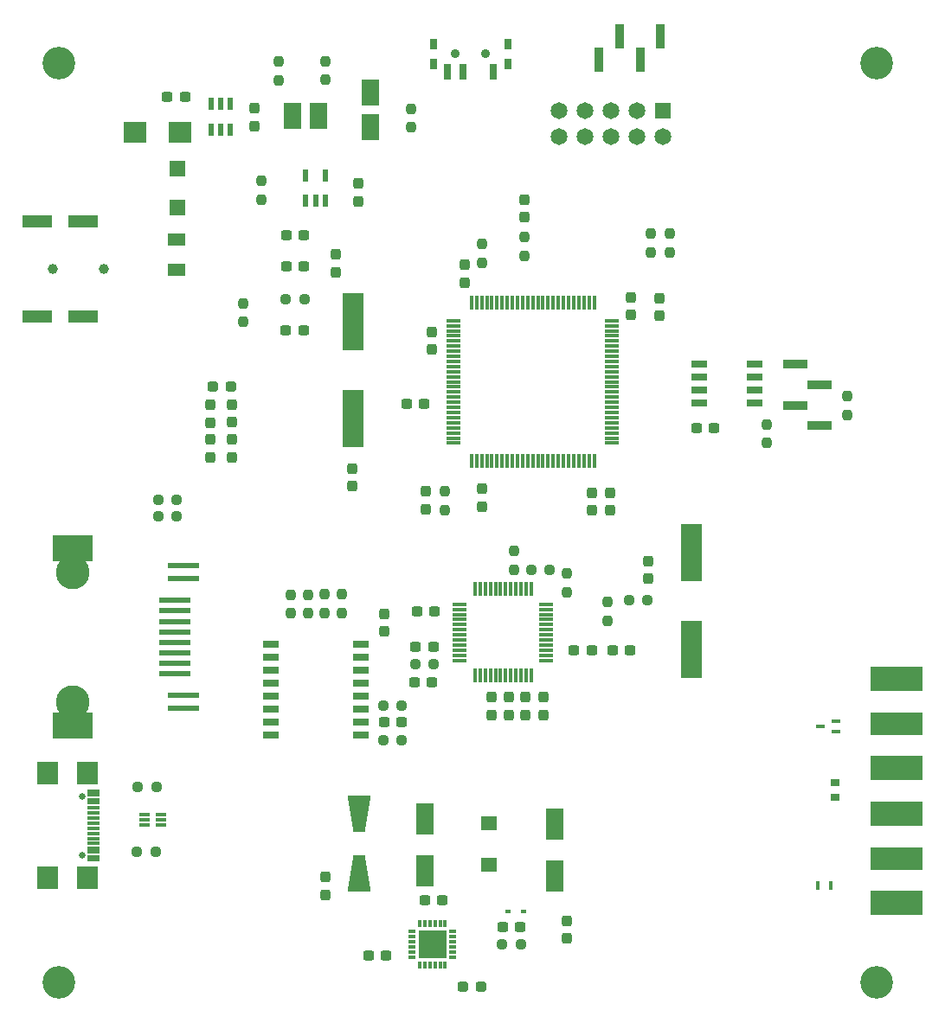
<source format=gbr>
%TF.GenerationSoftware,KiCad,Pcbnew,9.0.7*%
%TF.CreationDate,2026-02-08T15:09:09+00:00*%
%TF.ProjectId,lnb_control,6c6e625f-636f-46e7-9472-6f6c2e6b6963,rev?*%
%TF.SameCoordinates,Original*%
%TF.FileFunction,Soldermask,Top*%
%TF.FilePolarity,Negative*%
%FSLAX46Y46*%
G04 Gerber Fmt 4.6, Leading zero omitted, Abs format (unit mm)*
G04 Created by KiCad (PCBNEW 9.0.7) date 2026-02-08 15:09:09*
%MOMM*%
%LPD*%
G01*
G04 APERTURE LIST*
G04 Aperture macros list*
%AMRoundRect*
0 Rectangle with rounded corners*
0 $1 Rounding radius*
0 $2 $3 $4 $5 $6 $7 $8 $9 X,Y pos of 4 corners*
0 Add a 4 corners polygon primitive as box body*
4,1,4,$2,$3,$4,$5,$6,$7,$8,$9,$2,$3,0*
0 Add four circle primitives for the rounded corners*
1,1,$1+$1,$2,$3*
1,1,$1+$1,$4,$5*
1,1,$1+$1,$6,$7*
1,1,$1+$1,$8,$9*
0 Add four rect primitives between the rounded corners*
20,1,$1+$1,$2,$3,$4,$5,0*
20,1,$1+$1,$4,$5,$6,$7,0*
20,1,$1+$1,$6,$7,$8,$9,0*
20,1,$1+$1,$8,$9,$2,$3,0*%
%AMOutline4P*
0 Free polygon, 4 corners , with rotation*
0 The origin of the aperture is its center*
0 number of corners: always 4*
0 $1 to $8 corner X, Y*
0 $9 Rotation angle, in degrees counterclockwise*
0 create outline with 4 corners*
4,1,4,$1,$2,$3,$4,$5,$6,$7,$8,$1,$2,$9*%
G04 Aperture macros list end*
%ADD10RoundRect,0.237500X-0.300000X-0.237500X0.300000X-0.237500X0.300000X0.237500X-0.300000X0.237500X0*%
%ADD11RoundRect,0.237500X0.300000X0.237500X-0.300000X0.237500X-0.300000X-0.237500X0.300000X-0.237500X0*%
%ADD12RoundRect,0.237500X-0.237500X0.300000X-0.237500X-0.300000X0.237500X-0.300000X0.237500X0.300000X0*%
%ADD13R,0.400000X0.850000*%
%ADD14RoundRect,0.237500X0.237500X-0.250000X0.237500X0.250000X-0.237500X0.250000X-0.237500X-0.250000X0*%
%ADD15C,0.650000*%
%ADD16R,1.150000X0.300000*%
%ADD17R,2.000000X2.180000*%
%ADD18R,0.600000X1.200000*%
%ADD19Outline4P,-1.800000X-1.150000X1.800000X-0.550000X1.800000X0.550000X-1.800000X1.150000X270.000000*%
%ADD20Outline4P,-1.800000X-1.150000X1.800000X-0.550000X1.800000X0.550000X-1.800000X1.150000X90.000000*%
%ADD21R,2.100000X5.600000*%
%ADD22RoundRect,0.237500X-0.237500X0.250000X-0.237500X-0.250000X0.237500X-0.250000X0.237500X0.250000X0*%
%ADD23C,1.000000*%
%ADD24R,2.900000X1.300000*%
%ADD25RoundRect,0.237500X0.237500X-0.300000X0.237500X0.300000X-0.237500X0.300000X-0.237500X-0.300000X0*%
%ADD26C,0.900000*%
%ADD27R,0.700000X1.500000*%
%ADD28R,0.800000X1.000000*%
%ADD29R,0.850000X2.350000*%
%ADD30RoundRect,0.237500X-0.250000X-0.237500X0.250000X-0.237500X0.250000X0.237500X-0.250000X0.237500X0*%
%ADD31C,3.300000*%
%ADD32R,3.050000X0.610000*%
%ADD33R,3.900000X2.500000*%
%ADD34C,3.200000*%
%ADD35RoundRect,0.237500X0.250000X0.237500X-0.250000X0.237500X-0.250000X-0.237500X0.250000X-0.237500X0*%
%ADD36R,1.640000X1.400000*%
%ADD37R,1.650000X1.650000*%
%ADD38C,1.650000*%
%ADD39R,1.800000X2.500000*%
%ADD40R,1.700000X2.600000*%
%ADD41R,1.820000X1.160000*%
%ADD42R,0.540000X0.420000*%
%ADD43R,0.940000X0.750000*%
%ADD44R,0.900000X0.400000*%
%ADD45R,1.630000X1.530000*%
%ADD46RoundRect,0.237500X0.237500X-0.287500X0.237500X0.287500X-0.237500X0.287500X-0.237500X-0.287500X0*%
%ADD47R,2.350000X0.850000*%
%ADD48R,1.475000X0.300000*%
%ADD49R,0.300000X1.475000*%
%ADD50R,2.200000X2.150000*%
%ADD51R,1.645000X0.800000*%
%ADD52R,5.080000X2.290000*%
%ADD53R,5.080000X2.420000*%
%ADD54R,1.551000X0.650000*%
%ADD55R,1.800000X3.150000*%
%ADD56R,0.990000X0.300000*%
%ADD57RoundRect,0.237500X-0.287500X-0.237500X0.287500X-0.237500X0.287500X0.237500X-0.287500X0.237500X0*%
%ADD58R,0.300000X0.750000*%
%ADD59R,0.750000X0.300000*%
%ADD60R,2.800000X2.800000*%
%ADD61RoundRect,0.237500X0.287500X0.237500X-0.287500X0.237500X-0.287500X-0.237500X0.287500X-0.237500X0*%
G04 APERTURE END LIST*
D10*
%TO.C,C20*%
X117387500Y-90700000D03*
X119112500Y-90700000D03*
%TD*%
D11*
%TO.C,C40*%
X91762500Y-108650000D03*
X90037500Y-108650000D03*
%TD*%
D12*
%TO.C,C19*%
X108900000Y-97075000D03*
X108900000Y-98800000D03*
%TD*%
D13*
%TO.C,L5*%
X129200000Y-135550000D03*
X130490000Y-135550000D03*
%TD*%
D14*
%TO.C,R9*%
X132100000Y-89462500D03*
X132100000Y-87637500D03*
%TD*%
D15*
%TO.C,J4*%
X57305000Y-126775000D03*
X57305000Y-132555000D03*
D16*
X58380000Y-126315000D03*
X58380000Y-127115000D03*
X58380000Y-128415000D03*
X58380000Y-129415000D03*
X58380000Y-129915000D03*
X58380000Y-130915000D03*
X58380000Y-132215000D03*
X58380000Y-133015000D03*
X58380000Y-132715000D03*
X58380000Y-131915000D03*
X58380000Y-131415000D03*
X58380000Y-130415000D03*
X58380000Y-128915000D03*
X58380000Y-127915000D03*
X58380000Y-127415000D03*
X58380000Y-126615000D03*
D17*
X53875000Y-124555000D03*
X53875000Y-134775000D03*
X57805000Y-124555000D03*
X57805000Y-134775000D03*
%TD*%
D12*
%TO.C,C5*%
X74100000Y-59437500D03*
X74100000Y-61162500D03*
%TD*%
D14*
%TO.C,R4*%
X81050000Y-56650000D03*
X81050000Y-54825000D03*
%TD*%
%TO.C,R21*%
X108650000Y-109587500D03*
X108650000Y-107762500D03*
%TD*%
D18*
%TO.C,IC1*%
X79150000Y-68500000D03*
X80100000Y-68500000D03*
X81050000Y-68500000D03*
X81050000Y-66000000D03*
X79150000Y-66000000D03*
%TD*%
D19*
%TO.C,D5*%
X84380908Y-128521565D03*
D20*
X84380908Y-134321565D03*
%TD*%
D21*
%TO.C,Y1*%
X83750000Y-80300000D03*
X83750000Y-89800000D03*
%TD*%
D22*
%TO.C,R7*%
X112900000Y-71725000D03*
X112900000Y-73550000D03*
%TD*%
%TO.C,R6*%
X100500000Y-72050000D03*
X100500000Y-73875000D03*
%TD*%
D10*
%TO.C,C33*%
X105368750Y-112481250D03*
X107093750Y-112481250D03*
%TD*%
D12*
%TO.C,C7*%
X69800000Y-88462500D03*
X69800000Y-90187500D03*
%TD*%
D23*
%TO.C,J1*%
X59375000Y-75125000D03*
X54375000Y-75125000D03*
D24*
X57375000Y-70475000D03*
X52875000Y-70475000D03*
X52875000Y-79775000D03*
X57375000Y-79775000D03*
%TD*%
D25*
%TO.C,C41*%
X86800000Y-110662500D03*
X86800000Y-108937500D03*
%TD*%
D26*
%TO.C,S1*%
X96750000Y-54115000D03*
X93750000Y-54115000D03*
D27*
X97500000Y-55865000D03*
X94500000Y-55865000D03*
X93000000Y-55865000D03*
D28*
X98900000Y-55080000D03*
X91600000Y-55080000D03*
X98900000Y-53150000D03*
X91600000Y-53150000D03*
%TD*%
D29*
%TO.C,J2*%
X107850000Y-54700000D03*
X109850000Y-52350000D03*
X111850000Y-54700000D03*
X113850000Y-52350000D03*
%TD*%
D30*
%TO.C,R27*%
X86725000Y-117900000D03*
X88550000Y-117900000D03*
%TD*%
D31*
%TO.C,J8*%
X56360000Y-104840000D03*
X56360000Y-117540000D03*
D32*
X66340000Y-114760000D03*
X66340000Y-113740000D03*
X66340000Y-112720000D03*
X66340000Y-111700000D03*
X66340000Y-110680000D03*
X66340000Y-109660000D03*
X66340000Y-108640000D03*
X66340000Y-107620000D03*
X67160000Y-118180000D03*
X67160000Y-116910000D03*
X67160000Y-105470000D03*
X67160000Y-104200000D03*
D33*
X56360000Y-102530000D03*
X56360000Y-119850000D03*
%TD*%
D10*
%TO.C,C1*%
X77187500Y-81200000D03*
X78912500Y-81200000D03*
%TD*%
D18*
%TO.C,PS1*%
X71750000Y-59000000D03*
X70800000Y-59000000D03*
X69850000Y-59000000D03*
X69850000Y-61500000D03*
X70800000Y-61500000D03*
X71750000Y-61500000D03*
%TD*%
D12*
%TO.C,C18*%
X83700000Y-94687500D03*
X83700000Y-96412500D03*
%TD*%
D22*
%TO.C,R19*%
X104650000Y-104987500D03*
X104650000Y-106812500D03*
%TD*%
D34*
%TO.C,REF\u002A\u002A*%
X55000000Y-145000000D03*
%TD*%
D35*
%TO.C,R14*%
X64514500Y-125865000D03*
X62689500Y-125865000D03*
%TD*%
%TO.C,R22*%
X112575000Y-107625000D03*
X110750000Y-107625000D03*
%TD*%
D14*
%TO.C,R11*%
X92750000Y-98762500D03*
X92750000Y-96937500D03*
%TD*%
%TO.C,R25*%
X82700000Y-108812500D03*
X82700000Y-106987500D03*
%TD*%
D36*
%TO.C,D4*%
X97080908Y-129421565D03*
X97080908Y-133451565D03*
%TD*%
D37*
%TO.C,J5*%
X114055000Y-59685000D03*
D38*
X114055000Y-62225000D03*
X111515000Y-59685000D03*
X111515000Y-62225000D03*
X108975000Y-59685000D03*
X108975000Y-62225000D03*
X106435000Y-59685000D03*
X106435000Y-62225000D03*
X103895000Y-59685000D03*
X103895000Y-62225000D03*
%TD*%
D39*
%TO.C,C6*%
X85500000Y-61250000D03*
X85500000Y-57850000D03*
%TD*%
D30*
%TO.C,R3*%
X77187500Y-78100000D03*
X79012500Y-78100000D03*
%TD*%
D12*
%TO.C,C11*%
X71900000Y-91850000D03*
X71900000Y-93575000D03*
%TD*%
D40*
%TO.C,L2*%
X77850000Y-60150000D03*
X80350000Y-60150000D03*
%TD*%
D12*
%TO.C,C10*%
X69800000Y-91875000D03*
X69800000Y-93600000D03*
%TD*%
D41*
%TO.C,F1*%
X66530000Y-75210000D03*
X66530000Y-72260000D03*
%TD*%
D25*
%TO.C,C15*%
X82050000Y-75462500D03*
X82050000Y-73737500D03*
%TD*%
D42*
%TO.C,D6*%
X98880908Y-138071565D03*
X100480908Y-138071565D03*
%TD*%
D43*
%TO.C,C29*%
X130950000Y-126850000D03*
X130950000Y-125450000D03*
%TD*%
D44*
%TO.C,D7*%
X131050000Y-120450000D03*
X131050000Y-119450000D03*
X129450000Y-119950000D03*
%TD*%
D45*
%TO.C,D1*%
X66600000Y-65330000D03*
X66600000Y-69130000D03*
%TD*%
D46*
%TO.C,L1*%
X84250000Y-68525000D03*
X84250000Y-66775000D03*
%TD*%
D22*
%TO.C,R5*%
X76450000Y-54837500D03*
X76450000Y-56662500D03*
%TD*%
D47*
%TO.C,J3*%
X129400000Y-90500000D03*
X127050000Y-88500000D03*
X129400000Y-86500000D03*
X127050000Y-84500000D03*
%TD*%
D48*
%TO.C,IC2*%
X93612000Y-80212000D03*
X93612000Y-80712000D03*
X93612000Y-81212000D03*
X93612000Y-81712000D03*
X93612000Y-82212000D03*
X93612000Y-82712000D03*
X93612000Y-83212000D03*
X93612000Y-83712000D03*
X93612000Y-84212000D03*
X93612000Y-84712000D03*
X93612000Y-85212000D03*
X93612000Y-85712000D03*
X93612000Y-86212000D03*
X93612000Y-86712000D03*
X93612000Y-87212000D03*
X93612000Y-87712000D03*
X93612000Y-88212000D03*
X93612000Y-88712000D03*
X93612000Y-89212000D03*
X93612000Y-89712000D03*
X93612000Y-90212000D03*
X93612000Y-90712000D03*
X93612000Y-91212000D03*
X93612000Y-91712000D03*
X93612000Y-92212000D03*
D49*
X95350000Y-93950000D03*
X95850000Y-93950000D03*
X96350000Y-93950000D03*
X96850000Y-93950000D03*
X97350000Y-93950000D03*
X97850000Y-93950000D03*
X98350000Y-93950000D03*
X98850000Y-93950000D03*
X99350000Y-93950000D03*
X99850000Y-93950000D03*
X100350000Y-93950000D03*
X100850000Y-93950000D03*
X101350000Y-93950000D03*
X101850000Y-93950000D03*
X102350000Y-93950000D03*
X102850000Y-93950000D03*
X103350000Y-93950000D03*
X103850000Y-93950000D03*
X104350000Y-93950000D03*
X104850000Y-93950000D03*
X105350000Y-93950000D03*
X105850000Y-93950000D03*
X106350000Y-93950000D03*
X106850000Y-93950000D03*
X107350000Y-93950000D03*
D48*
X109088000Y-92212000D03*
X109088000Y-91712000D03*
X109088000Y-91212000D03*
X109088000Y-90712000D03*
X109088000Y-90212000D03*
X109088000Y-89712000D03*
X109088000Y-89212000D03*
X109088000Y-88712000D03*
X109088000Y-88212000D03*
X109088000Y-87712000D03*
X109088000Y-87212000D03*
X109088000Y-86712000D03*
X109088000Y-86212000D03*
X109088000Y-85712000D03*
X109088000Y-85212000D03*
X109088000Y-84712000D03*
X109088000Y-84212000D03*
X109088000Y-83712000D03*
X109088000Y-83212000D03*
X109088000Y-82712000D03*
X109088000Y-82212000D03*
X109088000Y-81712000D03*
X109088000Y-81212000D03*
X109088000Y-80712000D03*
X109088000Y-80212000D03*
D49*
X107350000Y-78474000D03*
X106850000Y-78474000D03*
X106350000Y-78474000D03*
X105850000Y-78474000D03*
X105350000Y-78474000D03*
X104850000Y-78474000D03*
X104350000Y-78474000D03*
X103850000Y-78474000D03*
X103350000Y-78474000D03*
X102850000Y-78474000D03*
X102350000Y-78474000D03*
X101850000Y-78474000D03*
X101350000Y-78474000D03*
X100850000Y-78474000D03*
X100350000Y-78474000D03*
X99850000Y-78474000D03*
X99350000Y-78474000D03*
X98850000Y-78474000D03*
X98350000Y-78474000D03*
X97850000Y-78474000D03*
X97350000Y-78474000D03*
X96850000Y-78474000D03*
X96350000Y-78474000D03*
X95850000Y-78474000D03*
X95350000Y-78474000D03*
%TD*%
D50*
%TO.C,D2*%
X66800000Y-61750000D03*
X62400000Y-61750000D03*
%TD*%
D46*
%TO.C,D3*%
X90900000Y-98700000D03*
X90900000Y-96950000D03*
%TD*%
D25*
%TO.C,C32*%
X100650000Y-118812500D03*
X100650000Y-117087500D03*
%TD*%
D14*
%TO.C,R24*%
X77700000Y-108887500D03*
X77700000Y-107062500D03*
%TD*%
D22*
%TO.C,R12*%
X96400000Y-72725000D03*
X96400000Y-74550000D03*
%TD*%
%TO.C,R1*%
X74750000Y-66525000D03*
X74750000Y-68350000D03*
%TD*%
D35*
%TO.C,R30*%
X66502500Y-99390000D03*
X64677500Y-99390000D03*
%TD*%
D34*
%TO.C,REF\u002A\u002A*%
X135000000Y-55000000D03*
%TD*%
D30*
%TO.C,R28*%
X86725000Y-121300000D03*
X88550000Y-121300000D03*
%TD*%
D11*
%TO.C,C38*%
X91512500Y-115600000D03*
X89787500Y-115600000D03*
%TD*%
D35*
%TO.C,R16*%
X100193408Y-141271565D03*
X98368408Y-141271565D03*
%TD*%
%TO.C,R29*%
X66522500Y-97800000D03*
X64697500Y-97800000D03*
%TD*%
D51*
%TO.C,T1*%
X84500000Y-120800000D03*
X84500000Y-119530000D03*
X84500000Y-118260000D03*
X84500000Y-116990000D03*
X84500000Y-115720000D03*
X84500000Y-114450000D03*
X84500000Y-113180000D03*
X84500000Y-111910000D03*
X75744000Y-111910000D03*
X75744000Y-113180000D03*
X75744000Y-114450000D03*
X75744000Y-115720000D03*
X75744000Y-116990000D03*
X75744000Y-118260000D03*
X75744000Y-119530000D03*
X75744000Y-120800000D03*
%TD*%
D10*
%TO.C,C27*%
X98418408Y-139571565D03*
X100143408Y-139571565D03*
%TD*%
D14*
%TO.C,R23*%
X79400000Y-108887500D03*
X79400000Y-107062500D03*
%TD*%
%TO.C,R13*%
X89450000Y-61312500D03*
X89450000Y-59487500D03*
%TD*%
D52*
%TO.C,J6*%
X136950000Y-119650000D03*
D53*
X136950000Y-124030000D03*
X136950000Y-115270000D03*
%TD*%
D12*
%TO.C,C34*%
X99000000Y-117087500D03*
X99000000Y-118812500D03*
%TD*%
D10*
%TO.C,C3*%
X77237500Y-71850000D03*
X78962500Y-71850000D03*
%TD*%
%TO.C,C42*%
X86787500Y-119550000D03*
X88512500Y-119550000D03*
%TD*%
D25*
%TO.C,C9*%
X100550000Y-70075000D03*
X100550000Y-68350000D03*
%TD*%
D12*
%TO.C,C36*%
X97350000Y-117087500D03*
X97350000Y-118812500D03*
%TD*%
D25*
%TO.C,C8*%
X94700000Y-76500000D03*
X94700000Y-74775000D03*
%TD*%
%TO.C,C16*%
X110950000Y-79650000D03*
X110950000Y-77925000D03*
%TD*%
D12*
%TO.C,C21*%
X107100000Y-97075000D03*
X107100000Y-98800000D03*
%TD*%
D11*
%TO.C,C28*%
X92493408Y-136921565D03*
X90768408Y-136921565D03*
%TD*%
D54*
%TO.C,IC4*%
X123050000Y-88250000D03*
X123050000Y-86980000D03*
X123050000Y-85710000D03*
X123050000Y-84440000D03*
X117600000Y-84440000D03*
X117600000Y-85710000D03*
X117600000Y-86980000D03*
X117600000Y-88250000D03*
%TD*%
D52*
%TO.C,J7*%
X136950000Y-132870000D03*
D53*
X136950000Y-137250000D03*
X136950000Y-128490000D03*
%TD*%
D22*
%TO.C,R8*%
X114750000Y-71725000D03*
X114750000Y-73550000D03*
%TD*%
D11*
%TO.C,C2*%
X67325000Y-58300000D03*
X65600000Y-58300000D03*
%TD*%
D25*
%TO.C,C37*%
X112600000Y-105462500D03*
X112600000Y-103737500D03*
%TD*%
D55*
%TO.C,C24*%
X103530908Y-134571565D03*
X103530908Y-129471565D03*
%TD*%
D14*
%TO.C,R10*%
X124250000Y-92212500D03*
X124250000Y-90387500D03*
%TD*%
D11*
%TO.C,C12*%
X90700000Y-88350000D03*
X88975000Y-88350000D03*
%TD*%
D25*
%TO.C,C31*%
X102400000Y-118812500D03*
X102400000Y-117087500D03*
%TD*%
D14*
%TO.C,R2*%
X73000000Y-80362500D03*
X73000000Y-78537500D03*
%TD*%
D35*
%TO.C,R18*%
X91662500Y-113850000D03*
X89837500Y-113850000D03*
%TD*%
%TO.C,R15*%
X64464500Y-132215000D03*
X62639500Y-132215000D03*
%TD*%
D56*
%TO.C,IC3*%
X64952000Y-129615000D03*
X64952000Y-129115000D03*
X64952000Y-128615000D03*
X63342000Y-128615000D03*
X63342000Y-129115000D03*
X63342000Y-129615000D03*
%TD*%
D10*
%TO.C,C23*%
X85293408Y-142421565D03*
X87018408Y-142421565D03*
%TD*%
D14*
%TO.C,R26*%
X81000000Y-108850000D03*
X81000000Y-107025000D03*
%TD*%
D57*
%TO.C,L3*%
X70075000Y-86700000D03*
X71825000Y-86700000D03*
%TD*%
D11*
%TO.C,C35*%
X110850000Y-112500000D03*
X109125000Y-112500000D03*
%TD*%
D21*
%TO.C,Y2*%
X116850000Y-112400000D03*
X116850000Y-102900000D03*
%TD*%
D22*
%TO.C,R20*%
X99500000Y-102775000D03*
X99500000Y-104600000D03*
%TD*%
D12*
%TO.C,C22*%
X113700000Y-78037500D03*
X113700000Y-79762500D03*
%TD*%
D34*
%TO.C,REF\u002A\u002A*%
X135000000Y-145000000D03*
%TD*%
D12*
%TO.C,C13*%
X71900000Y-88412500D03*
X71900000Y-90137500D03*
%TD*%
D11*
%TO.C,C39*%
X91612500Y-112150000D03*
X89887500Y-112150000D03*
%TD*%
D25*
%TO.C,C25*%
X81030908Y-136421565D03*
X81030908Y-134696565D03*
%TD*%
D35*
%TO.C,R17*%
X103025000Y-104600000D03*
X101200000Y-104600000D03*
%TD*%
D48*
%TO.C,IC6*%
X94212000Y-107988000D03*
X94212000Y-108488000D03*
X94212000Y-108988000D03*
X94212000Y-109488000D03*
X94212000Y-109988000D03*
X94212000Y-110488000D03*
X94212000Y-110988000D03*
X94212000Y-111488000D03*
X94212000Y-111988000D03*
X94212000Y-112488000D03*
X94212000Y-112988000D03*
X94212000Y-113488000D03*
D49*
X95700000Y-114976000D03*
X96200000Y-114976000D03*
X96700000Y-114976000D03*
X97200000Y-114976000D03*
X97700000Y-114976000D03*
X98200000Y-114976000D03*
X98700000Y-114976000D03*
X99200000Y-114976000D03*
X99700000Y-114976000D03*
X100200000Y-114976000D03*
X100700000Y-114976000D03*
X101200000Y-114976000D03*
D48*
X102688000Y-113488000D03*
X102688000Y-112988000D03*
X102688000Y-112488000D03*
X102688000Y-111988000D03*
X102688000Y-111488000D03*
X102688000Y-110988000D03*
X102688000Y-110488000D03*
X102688000Y-109988000D03*
X102688000Y-109488000D03*
X102688000Y-108988000D03*
X102688000Y-108488000D03*
X102688000Y-107988000D03*
D49*
X101200000Y-106500000D03*
X100700000Y-106500000D03*
X100200000Y-106500000D03*
X99700000Y-106500000D03*
X99200000Y-106500000D03*
X98700000Y-106500000D03*
X98200000Y-106500000D03*
X97700000Y-106500000D03*
X97200000Y-106500000D03*
X96700000Y-106500000D03*
X96200000Y-106500000D03*
X95700000Y-106500000D03*
%TD*%
D25*
%TO.C,C30*%
X104680908Y-140721565D03*
X104680908Y-138996565D03*
%TD*%
D34*
%TO.C,REF\u002A\u002A*%
X55000000Y-55000000D03*
%TD*%
D58*
%TO.C,IC5*%
X90280908Y-143271565D03*
X90780908Y-143271565D03*
X91280908Y-143271565D03*
X91780908Y-143271565D03*
X92280908Y-143271565D03*
X92780908Y-143271565D03*
D59*
X93530908Y-142521565D03*
X93530908Y-142021565D03*
X93530908Y-141521565D03*
X93530908Y-141021565D03*
X93530908Y-140521565D03*
X93530908Y-140021565D03*
D58*
X92780908Y-139271565D03*
X92280908Y-139271565D03*
X91780908Y-139271565D03*
X91280908Y-139271565D03*
X90780908Y-139271565D03*
X90280908Y-139271565D03*
D59*
X89530908Y-140021565D03*
X89530908Y-140521565D03*
X89530908Y-141021565D03*
X89530908Y-141521565D03*
X89530908Y-142021565D03*
X89530908Y-142521565D03*
D60*
X91530908Y-141271565D03*
%TD*%
D12*
%TO.C,C14*%
X96350000Y-96687500D03*
X96350000Y-98412500D03*
%TD*%
D61*
%TO.C,L4*%
X96280908Y-145421565D03*
X94530908Y-145421565D03*
%TD*%
D25*
%TO.C,C17*%
X91488000Y-83038000D03*
X91488000Y-81313000D03*
%TD*%
D10*
%TO.C,C4*%
X77237500Y-74900000D03*
X78962500Y-74900000D03*
%TD*%
D55*
%TO.C,C26*%
X90780908Y-128971565D03*
X90780908Y-134071565D03*
%TD*%
M02*

</source>
